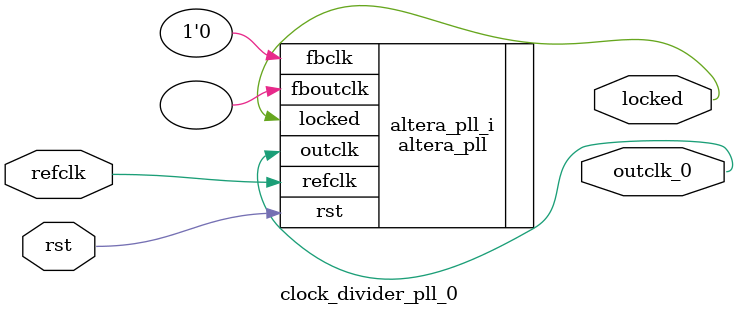
<source format=v>
module  clock_divider_pll_0(

	// interface 'refclk'
	input wire refclk,

	// interface 'reset'
	input wire rst,

	// interface 'outclk0'
	output wire outclk_0,

	// interface 'locked'
	output wire locked
);

	altera_pll #(
		.fractional_vco_multiplier("false"),
		.reference_clock_frequency("50.0 MHz"),
		.operation_mode("direct"),
		.number_of_clocks(1),
		.output_clock_frequency0("31.5 MHz"),
		.phase_shift0("0 ps"),
		.duty_cycle0(50),
		.output_clock_frequency1("0 MHz"),
		.phase_shift1("0 ps"),
		.duty_cycle1(50),
		.output_clock_frequency2("0 MHz"),
		.phase_shift2("0 ps"),
		.duty_cycle2(50),
		.output_clock_frequency3("0 MHz"),
		.phase_shift3("0 ps"),
		.duty_cycle3(50),
		.output_clock_frequency4("0 MHz"),
		.phase_shift4("0 ps"),
		.duty_cycle4(50),
		.output_clock_frequency5("0 MHz"),
		.phase_shift5("0 ps"),
		.duty_cycle5(50),
		.output_clock_frequency6("0 MHz"),
		.phase_shift6("0 ps"),
		.duty_cycle6(50),
		.output_clock_frequency7("0 MHz"),
		.phase_shift7("0 ps"),
		.duty_cycle7(50),
		.output_clock_frequency8("0 MHz"),
		.phase_shift8("0 ps"),
		.duty_cycle8(50),
		.output_clock_frequency9("0 MHz"),
		.phase_shift9("0 ps"),
		.duty_cycle9(50),
		.output_clock_frequency10("0 MHz"),
		.phase_shift10("0 ps"),
		.duty_cycle10(50),
		.output_clock_frequency11("0 MHz"),
		.phase_shift11("0 ps"),
		.duty_cycle11(50),
		.output_clock_frequency12("0 MHz"),
		.phase_shift12("0 ps"),
		.duty_cycle12(50),
		.output_clock_frequency13("0 MHz"),
		.phase_shift13("0 ps"),
		.duty_cycle13(50),
		.output_clock_frequency14("0 MHz"),
		.phase_shift14("0 ps"),
		.duty_cycle14(50),
		.output_clock_frequency15("0 MHz"),
		.phase_shift15("0 ps"),
		.duty_cycle15(50),
		.output_clock_frequency16("0 MHz"),
		.phase_shift16("0 ps"),
		.duty_cycle16(50),
		.output_clock_frequency17("0 MHz"),
		.phase_shift17("0 ps"),
		.duty_cycle17(50),
		.pll_type("General"),
		.pll_subtype("General")
	) altera_pll_i (
		.rst	(rst),
		.outclk	({outclk_0}),
		.locked	(locked),
		.fboutclk	( ),
		.fbclk	(1'b0),
		.refclk	(refclk)
	);
endmodule


</source>
